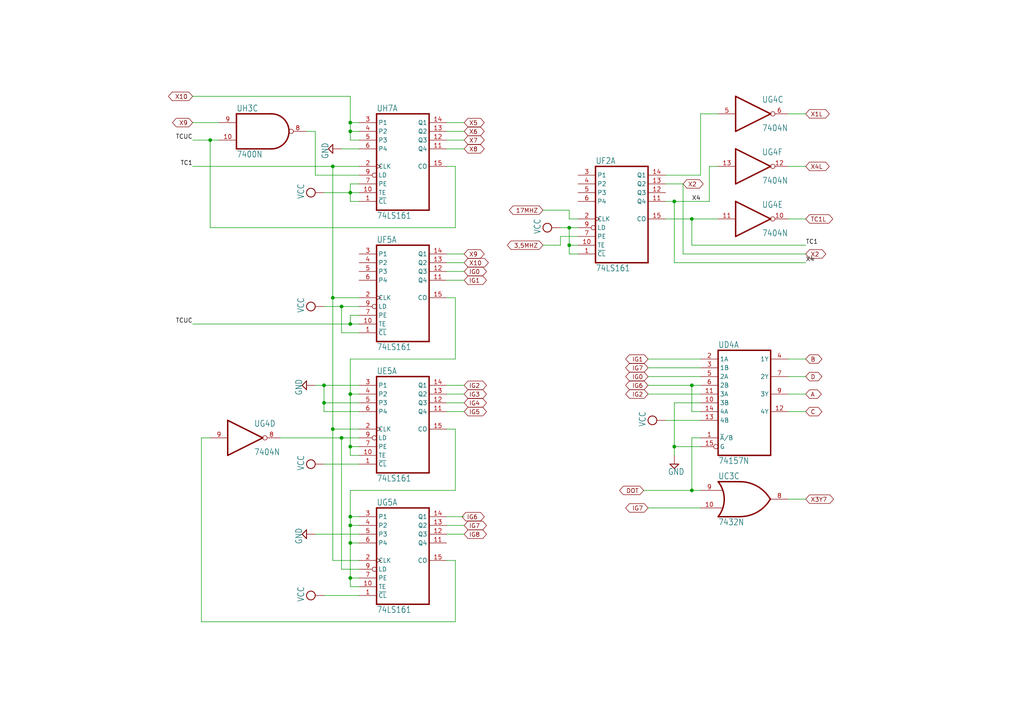
<source format=kicad_sch>
(kicad_sch (version 20230121) (generator eeschema)
  (paper "A4")
  (lib_symbols
    (symbol "HC2000:4161P"
      (property "Reference" "IC" (at -1.27 -0.635 0))
      (symbol "4161P_1_0"
        (polyline (pts (xy -7.62 -15.24) (xy 7.62 -15.24)) (stroke (width 0.4064)))
        (polyline (pts (xy -7.62 12.7) (xy -7.62 -15.24)) (stroke (width 0.4064)))
        (polyline (pts (xy 7.62 -15.24) (xy 7.62 12.7)) (stroke (width 0.4064)))
        (polyline (pts (xy 7.62 12.7) (xy -7.62 12.7)) (stroke (width 0.4064)))
        (pin input line (at -12.7 -12.7 0) (length 5.08) (name "~{CL}") (number "1"))
        (pin input line (at -12.7 -10.16 0) (length 5.08) (name "TE") (number "10"))
        (pin output line (at 12.7 2.54 180) (length 5.08) (name "Q4") (number "11"))
        (pin output line (at 12.7 5.08 180) (length 5.08) (name "Q3") (number "12"))
        (pin output line (at 12.7 7.62 180) (length 5.08) (name "Q2") (number "13"))
        (pin output line (at 12.7 10.16 180) (length 5.08) (name "Q1") (number "14"))
        (pin output line (at 12.7 -2.54 180) (length 5.08) (name "CO") (number "15"))
        (pin input clock (at -12.7 -2.54 0) (length 5.08) (name "CLK") (number "2"))
        (pin input line (at -12.7 10.16 0) (length 5.08) (name "P1") (number "3"))
        (pin input line (at -12.7 7.62 0) (length 5.08) (name "P2") (number "4"))
        (pin input line (at -12.7 5.08 0) (length 5.08) (name "P3") (number "5"))
        (pin input line (at -12.7 2.54 0) (length 5.08) (name "P4") (number "6"))
        (pin input line (at -12.7 -7.62 0) (length 5.08) (name "PE") (number "7"))
        (pin input inverted (at -12.7 -5.08 0) (length 5.08) (name "LD") (number "9"))
      )
      (symbol "4161P_2_0"
        (text "VDD" (at 1.905 2.54 900) (effects (font (size 1.27 1.0795)) (justify left bottom)))
        (text "VSS" (at 1.905 -6.096 900) (effects (font (size 1.27 1.0795)) (justify left bottom)))
        (pin power_in line (at 0 7.62 270) (length 5.08) (name "VDD") (number "16"))
        (pin power_in line (at 0 -7.62 90) (length 5.08) (name "VSS") (number "8"))
      )
    )
    (symbol "HC2000:7400N"
      (property "Reference" "IC" (at -0.635 -0.635 0))
      (symbol "7400N_1_0"
        (polyline (pts (xy -7.62 -5.08) (xy 2.54 -5.08)) (stroke (width 0.4064)))
        (polyline (pts (xy -7.62 5.08) (xy -7.62 -5.08)) (stroke (width 0.4064)))
        (polyline (pts (xy 2.54 5.08) (xy -7.62 5.08)) (stroke (width 0.4064)))
        (arc (start 2.54 -5.08) (mid 7.6199 0) (end 2.54 5.08) (stroke (width 0.4064)))
        (pin input line (at -12.7 2.54 0) (length 5.08) (name "I0") (number "1"))
        (pin input line (at -12.7 -2.54 0) (length 5.08) (name "I1") (number "2"))
        (pin output inverted (at 12.7 0 180) (length 5.08) (name "O") (number "3"))
      )
      (symbol "7400N_2_0"
        (polyline (pts (xy -7.62 -5.08) (xy 2.54 -5.08)) (stroke (width 0.4064)))
        (polyline (pts (xy -7.62 5.08) (xy -7.62 -5.08)) (stroke (width 0.4064)))
        (polyline (pts (xy 2.54 5.08) (xy -7.62 5.08)) (stroke (width 0.4064)))
        (arc (start 2.54 -5.08) (mid 7.6199 0) (end 2.54 5.08) (stroke (width 0.4064)))
        (pin input line (at -12.7 2.54 0) (length 5.08) (name "I0") (number "4"))
        (pin input line (at -12.7 -2.54 0) (length 5.08) (name "I1") (number "5"))
        (pin output inverted (at 12.7 0 180) (length 5.08) (name "O") (number "6"))
      )
      (symbol "7400N_3_0"
        (polyline (pts (xy -7.62 -5.08) (xy 2.54 -5.08)) (stroke (width 0.4064)))
        (polyline (pts (xy -7.62 5.08) (xy -7.62 -5.08)) (stroke (width 0.4064)))
        (polyline (pts (xy 2.54 5.08) (xy -7.62 5.08)) (stroke (width 0.4064)))
        (arc (start 2.54 -5.08) (mid 7.6199 0) (end 2.54 5.08) (stroke (width 0.4064)))
        (pin input line (at -12.7 -2.54 0) (length 5.08) (name "I1") (number "10"))
        (pin output inverted (at 12.7 0 180) (length 5.08) (name "O") (number "8"))
        (pin input line (at -12.7 2.54 0) (length 5.08) (name "I0") (number "9"))
      )
      (symbol "7400N_4_0"
        (polyline (pts (xy -7.62 -5.08) (xy 2.54 -5.08)) (stroke (width 0.4064)))
        (polyline (pts (xy -7.62 5.08) (xy -7.62 -5.08)) (stroke (width 0.4064)))
        (polyline (pts (xy 2.54 5.08) (xy -7.62 5.08)) (stroke (width 0.4064)))
        (arc (start 2.54 -5.08) (mid 7.6199 0) (end 2.54 5.08) (stroke (width 0.4064)))
        (pin output inverted (at 12.7 0 180) (length 5.08) (name "O") (number "11"))
        (pin input line (at -12.7 2.54 0) (length 5.08) (name "I0") (number "12"))
        (pin input line (at -12.7 -2.54 0) (length 5.08) (name "I1") (number "13"))
      )
      (symbol "7400N_5_0"
        (text "GND" (at 1.905 -7.62 900) (effects (font (size 1.27 1.0795)) (justify left bottom)))
        (text "VCC" (at 1.905 5.08 900) (effects (font (size 1.27 1.0795)) (justify left bottom)))
        (pin power_in line (at 0 10.16 270) (length 7.62) (name "VCC") (number "14"))
        (pin power_in line (at 0 -10.16 90) (length 7.62) (name "GND") (number "7"))
      )
    )
    (symbol "HC2000:7404N"
      (property "Reference" "IC" (at -0.635 -0.635 0))
      (symbol "7404N_1_0"
        (polyline (pts (xy -5.08 -5.08) (xy -5.08 5.08)) (stroke (width 0.4064)))
        (polyline (pts (xy -5.08 5.08) (xy 5.08 0)) (stroke (width 0.4064)))
        (polyline (pts (xy 5.08 0) (xy -5.08 -5.08)) (stroke (width 0.4064)))
        (pin input line (at -10.16 0 0) (length 5.08) (name "I") (number "1"))
        (pin output inverted (at 10.16 0 180) (length 5.08) (name "O") (number "2"))
      )
      (symbol "7404N_2_0"
        (polyline (pts (xy -5.08 -5.08) (xy -5.08 5.08)) (stroke (width 0.4064)))
        (polyline (pts (xy -5.08 5.08) (xy 5.08 0)) (stroke (width 0.4064)))
        (polyline (pts (xy 5.08 0) (xy -5.08 -5.08)) (stroke (width 0.4064)))
        (pin input line (at -10.16 0 0) (length 5.08) (name "I") (number "3"))
        (pin output inverted (at 10.16 0 180) (length 5.08) (name "O") (number "4"))
      )
      (symbol "7404N_3_0"
        (polyline (pts (xy -5.08 -5.08) (xy -5.08 5.08)) (stroke (width 0.4064)))
        (polyline (pts (xy -5.08 5.08) (xy 5.08 0)) (stroke (width 0.4064)))
        (polyline (pts (xy 5.08 0) (xy -5.08 -5.08)) (stroke (width 0.4064)))
        (pin input line (at -10.16 0 0) (length 5.08) (name "I") (number "5"))
        (pin output inverted (at 10.16 0 180) (length 5.08) (name "O") (number "6"))
      )
      (symbol "7404N_4_0"
        (polyline (pts (xy -5.08 -5.08) (xy -5.08 5.08)) (stroke (width 0.4064)))
        (polyline (pts (xy -5.08 5.08) (xy 5.08 0)) (stroke (width 0.4064)))
        (polyline (pts (xy 5.08 0) (xy -5.08 -5.08)) (stroke (width 0.4064)))
        (pin output inverted (at 10.16 0 180) (length 5.08) (name "O") (number "8"))
        (pin input line (at -10.16 0 0) (length 5.08) (name "I") (number "9"))
      )
      (symbol "7404N_5_0"
        (polyline (pts (xy -5.08 -5.08) (xy -5.08 5.08)) (stroke (width 0.4064)))
        (polyline (pts (xy -5.08 5.08) (xy 5.08 0)) (stroke (width 0.4064)))
        (polyline (pts (xy 5.08 0) (xy -5.08 -5.08)) (stroke (width 0.4064)))
        (pin output inverted (at 10.16 0 180) (length 5.08) (name "O") (number "10"))
        (pin input line (at -10.16 0 0) (length 5.08) (name "I") (number "11"))
      )
      (symbol "7404N_6_0"
        (polyline (pts (xy -5.08 -5.08) (xy -5.08 5.08)) (stroke (width 0.4064)))
        (polyline (pts (xy -5.08 5.08) (xy 5.08 0)) (stroke (width 0.4064)))
        (polyline (pts (xy 5.08 0) (xy -5.08 -5.08)) (stroke (width 0.4064)))
        (pin output inverted (at 10.16 0 180) (length 5.08) (name "O") (number "12"))
        (pin input line (at -10.16 0 0) (length 5.08) (name "I") (number "13"))
      )
      (symbol "7404N_7_0"
        (text "GND" (at 1.905 -7.62 900) (effects (font (size 1.27 1.0795)) (justify left bottom)))
        (text "VCC" (at 1.905 5.08 900) (effects (font (size 1.27 1.0795)) (justify left bottom)))
        (pin power_in line (at 0 10.16 270) (length 7.62) (name "VCC") (number "14"))
        (pin power_in line (at 0 -10.16 90) (length 7.62) (name "GND") (number "7"))
      )
    )
    (symbol "HC2000:74157N"
      (property "Reference" "IC" (at -0.635 -0.635 0))
      (symbol "74157N_1_0"
        (polyline (pts (xy -7.62 -15.24) (xy 7.62 -15.24)) (stroke (width 0.4064)))
        (polyline (pts (xy -7.62 15.24) (xy -7.62 -15.24)) (stroke (width 0.4064)))
        (polyline (pts (xy 7.62 -15.24) (xy 7.62 15.24)) (stroke (width 0.4064)))
        (polyline (pts (xy 7.62 15.24) (xy -7.62 15.24)) (stroke (width 0.4064)))
        (pin input line (at -12.7 -10.16 0) (length 5.08) (name "~{A}/B") (number "1"))
        (pin input line (at -12.7 0 0) (length 5.08) (name "3B") (number "10"))
        (pin input line (at -12.7 2.54 0) (length 5.08) (name "3A") (number "11"))
        (pin output line (at 12.7 -2.54 180) (length 5.08) (name "4Y") (number "12"))
        (pin input line (at -12.7 -5.08 0) (length 5.08) (name "4B") (number "13"))
        (pin input line (at -12.7 -2.54 0) (length 5.08) (name "4A") (number "14"))
        (pin input inverted (at -12.7 -12.7 0) (length 5.08) (name "G") (number "15"))
        (pin input line (at -12.7 12.7 0) (length 5.08) (name "1A") (number "2"))
        (pin input line (at -12.7 10.16 0) (length 5.08) (name "1B") (number "3"))
        (pin output line (at 12.7 12.7 180) (length 5.08) (name "1Y") (number "4"))
        (pin input line (at -12.7 7.62 0) (length 5.08) (name "2A") (number "5"))
        (pin input line (at -12.7 5.08 0) (length 5.08) (name "2B") (number "6"))
        (pin output line (at 12.7 7.62 180) (length 5.08) (name "2Y") (number "7"))
        (pin output line (at 12.7 2.54 180) (length 5.08) (name "3Y") (number "9"))
      )
      (symbol "74157N_2_0"
        (text "GND" (at 1.905 -7.62 900) (effects (font (size 1.27 1.0795)) (justify left bottom)))
        (text "VCC" (at 1.905 5.08 900) (effects (font (size 1.27 1.0795)) (justify left bottom)))
        (pin power_in line (at 0 10.16 270) (length 7.62) (name "VCC") (number "16"))
        (pin power_in line (at 0 -10.16 90) (length 7.62) (name "GND") (number "8"))
      )
    )
    (symbol "HC2000:7432N"
      (property "Reference" "IC" (at -0.635 -0.635 0))
      (symbol "7432N_1_0"
        (arc (start -7.62 -5.08) (mid -5.838 0) (end -7.62 5.08) (stroke (width 0.4064)))
        (arc (start -1.2446 -5.0678) (mid 3.8372 -3.689) (end 7.5439 0.0507) (stroke (width 0.4064)))
        (polyline (pts (xy -7.62 -2.54) (xy -6.35 -2.54)) (stroke (width 0.1524)))
        (polyline (pts (xy -7.62 2.54) (xy -6.35 2.54)) (stroke (width 0.1524)))
        (polyline (pts (xy -1.27 -5.08) (xy -7.62 -5.08)) (stroke (width 0.4064)))
        (polyline (pts (xy -1.27 5.08) (xy -7.62 5.08)) (stroke (width 0.4064)))
        (arc (start 7.5442 -0.0505) (mid 3.8373 3.6892) (end -1.2446 5.0678) (stroke (width 0.4064)))
        (pin input line (at -12.7 2.54 0) (length 5.08) (name "I0") (number "1"))
        (pin input line (at -12.7 -2.54 0) (length 5.08) (name "I1") (number "2"))
        (pin output line (at 12.7 0 180) (length 5.08) (name "O") (number "3"))
      )
      (symbol "7432N_2_0"
        (arc (start -7.62 -5.08) (mid -5.838 0) (end -7.62 5.08) (stroke (width 0.4064)))
        (arc (start -1.2446 -5.0678) (mid 3.8372 -3.689) (end 7.5439 0.0507) (stroke (width 0.4064)))
        (polyline (pts (xy -7.62 -2.54) (xy -6.35 -2.54)) (stroke (width 0.1524)))
        (polyline (pts (xy -7.62 2.54) (xy -6.35 2.54)) (stroke (width 0.1524)))
        (polyline (pts (xy -1.27 -5.08) (xy -7.62 -5.08)) (stroke (width 0.4064)))
        (polyline (pts (xy -1.27 5.08) (xy -7.62 5.08)) (stroke (width 0.4064)))
        (arc (start 7.5442 -0.0505) (mid 3.8373 3.6892) (end -1.2446 5.0678) (stroke (width 0.4064)))
        (pin input line (at -12.7 2.54 0) (length 5.08) (name "I0") (number "4"))
        (pin input line (at -12.7 -2.54 0) (length 5.08) (name "I1") (number "5"))
        (pin output line (at 12.7 0 180) (length 5.08) (name "O") (number "6"))
      )
      (symbol "7432N_3_0"
        (arc (start -7.62 -5.08) (mid -5.838 0) (end -7.62 5.08) (stroke (width 0.4064)))
        (arc (start -1.2446 -5.0678) (mid 3.8372 -3.689) (end 7.5439 0.0507) (stroke (width 0.4064)))
        (polyline (pts (xy -7.62 -2.54) (xy -6.35 -2.54)) (stroke (width 0.1524)))
        (polyline (pts (xy -7.62 2.54) (xy -6.35 2.54)) (stroke (width 0.1524)))
        (polyline (pts (xy -1.27 -5.08) (xy -7.62 -5.08)) (stroke (width 0.4064)))
        (polyline (pts (xy -1.27 5.08) (xy -7.62 5.08)) (stroke (width 0.4064)))
        (arc (start 7.5442 -0.0505) (mid 3.8373 3.6892) (end -1.2446 5.0678) (stroke (width 0.4064)))
        (pin input line (at -12.7 -2.54 0) (length 5.08) (name "I1") (number "10"))
        (pin output line (at 12.7 0 180) (length 5.08) (name "O") (number "8"))
        (pin input line (at -12.7 2.54 0) (length 5.08) (name "I0") (number "9"))
      )
      (symbol "7432N_4_0"
        (arc (start -7.62 -5.08) (mid -5.838 0) (end -7.62 5.08) (stroke (width 0.4064)))
        (arc (start -1.2446 -5.0678) (mid 3.8372 -3.689) (end 7.5439 0.0507) (stroke (width 0.4064)))
        (polyline (pts (xy -7.62 -2.54) (xy -6.35 -2.54)) (stroke (width 0.1524)))
        (polyline (pts (xy -7.62 2.54) (xy -6.35 2.54)) (stroke (width 0.1524)))
        (polyline (pts (xy -1.27 -5.08) (xy -7.62 -5.08)) (stroke (width 0.4064)))
        (polyline (pts (xy -1.27 5.08) (xy -7.62 5.08)) (stroke (width 0.4064)))
        (arc (start 7.5442 -0.0505) (mid 3.8373 3.6892) (end -1.2446 5.0678) (stroke (width 0.4064)))
        (pin output line (at 12.7 0 180) (length 5.08) (name "O") (number "11"))
        (pin input line (at -12.7 2.54 0) (length 5.08) (name "I0") (number "12"))
        (pin input line (at -12.7 -2.54 0) (length 5.08) (name "I1") (number "13"))
      )
      (symbol "7432N_5_0"
        (text "GND" (at 1.905 -7.62 900) (effects (font (size 1.27 1.0795)) (justify left bottom)))
        (text "VCC" (at 1.905 5.08 900) (effects (font (size 1.27 1.0795)) (justify left bottom)))
        (pin power_in line (at 0 10.16 270) (length 7.62) (name "VCC") (number "14"))
        (pin power_in line (at 0 -10.16 90) (length 7.62) (name "GND") (number "7"))
      )
    )
    (symbol "HC2000:GND" (power)
      (property "Value" "GND" (at -1.905 -3.175 0))
      (symbol "GND_1_0"
        (polyline (pts (xy -1.27 0) (xy 1.27 0)) (stroke (width 0.254)))
        (polyline (pts (xy 0 -1.27) (xy -1.27 0)) (stroke (width 0.254)))
        (polyline (pts (xy 1.27 0) (xy 0 -1.27)) (stroke (width 0.254)))
        (pin power_in line (at 0 2.54 270) (length 2.54) (name "GND") (number "1"))
      )
    )
    (symbol "HC2000:VCC" (power)
      (property "Value" "VCC" (at -1.905 3.175 0))
      (symbol "VCC_1_0"
        (circle (center 0 1.27) (radius 1.27) (stroke (width 0.254)))
        (pin power_in line (at 0 -2.54 90) (length 2.54) (name "VCC") (number "1"))
      )
    )
  )
  (junction (at 200.66 63.5))
  (junction (at 101.6 38.1))
  (junction (at 165.1 66.04))
  (junction (at 165.1 71.12))
  (junction (at 96.52 48.26))
  (junction (at 101.6 167.64))
  (junction (at 101.6 129.54))
  (junction (at 101.6 157.48))
  (junction (at 101.6 149.86))
  (junction (at 200.66 142.24))
  (junction (at 101.6 152.4))
  (junction (at 60.96 40.64))
  (junction (at 99.06 127))
  (junction (at 99.06 88.9))
  (junction (at 101.6 93.98))
  (junction (at 101.6 35.56))
  (junction (at 195.58 129.54))
  (junction (at 96.52 86.36))
  (junction (at 195.58 58.42))
  (junction (at 101.6 114.3))
  (junction (at 93.98 111.76))
  (junction (at 101.6 55.88))
  (junction (at 93.98 116.84))
  (junction (at 200.66 111.76))
  (junction (at 96.52 124.46))
  (wire (pts (xy 101.6 35.56) (xy 101.6 38.1)))
  (wire (pts (xy 104.14 35.56) (xy 101.6 35.56)))
  (wire (pts (xy 99.06 96.52) (xy 99.06 88.9)))
  (wire (pts (xy 200.66 71.12) (xy 200.66 63.5)))
  (wire (pts (xy 99.06 127) (xy 99.06 165.1)))
  (wire (pts (xy 195.58 116.84) (xy 195.58 129.54)))
  (wire (pts (xy 134.62 81.28) (xy 129.54 81.28)))
  (wire (pts (xy 233.68 48.26) (xy 228.6 48.26)))
  (wire (pts (xy 205.74 48.26) (xy 208.28 48.26)))
  (wire (pts (xy 104.14 124.46) (xy 96.52 124.46)))
  (wire (pts (xy 186.69 142.24) (xy 200.66 142.24)))
  (wire (pts (xy 104.14 114.3) (xy 101.6 114.3)))
  (wire (pts (xy 96.52 86.36) (xy 96.52 48.26)))
  (wire (pts (xy 60.96 40.64) (xy 63.5 40.64)))
  (wire (pts (xy 134.62 154.94) (xy 129.54 154.94)))
  (wire (pts (xy 134.62 38.1) (xy 129.54 38.1)))
  (wire (pts (xy 93.98 134.62) (xy 104.14 134.62)))
  (wire (pts (xy 187.96 109.22) (xy 203.2 109.22)))
  (wire (pts (xy 101.6 104.14) (xy 101.6 114.3)))
  (wire (pts (xy 187.96 106.68) (xy 203.2 106.68)))
  (wire (pts (xy 104.14 149.86) (xy 101.6 149.86)))
  (wire (pts (xy 104.14 162.56) (xy 96.52 162.56)))
  (wire (pts (xy 55.88 40.64) (xy 60.96 40.64)))
  (wire (pts (xy 101.6 170.18) (xy 104.14 170.18)))
  (wire (pts (xy 104.14 167.64) (xy 101.6 167.64)))
  (wire (pts (xy 129.54 86.36) (xy 132.08 86.36)))
  (wire (pts (xy 233.68 109.22) (xy 228.6 109.22)))
  (wire (pts (xy 203.2 119.38) (xy 200.66 119.38)))
  (wire (pts (xy 233.68 144.78) (xy 228.6 144.78)))
  (wire (pts (xy 200.66 63.5) (xy 193.04 63.5)))
  (wire (pts (xy 233.68 114.3) (xy 228.6 114.3)))
  (wire (pts (xy 129.54 48.26) (xy 132.08 48.26)))
  (wire (pts (xy 101.6 27.94) (xy 101.6 35.56)))
  (wire (pts (xy 200.66 119.38) (xy 200.66 111.76)))
  (wire (pts (xy 101.6 167.64) (xy 101.6 170.18)))
  (wire (pts (xy 198.12 53.34) (xy 193.04 53.34)))
  (wire (pts (xy 104.14 96.52) (xy 99.06 96.52)))
  (wire (pts (xy 104.14 129.54) (xy 101.6 129.54)))
  (wire (pts (xy 157.48 71.12) (xy 162.56 71.12)))
  (wire (pts (xy 132.08 86.36) (xy 132.08 104.14)))
  (wire (pts (xy 134.62 40.64) (xy 129.54 40.64)))
  (wire (pts (xy 91.44 111.76) (xy 93.98 111.76)))
  (wire (pts (xy 93.98 116.84) (xy 104.14 116.84)))
  (wire (pts (xy 203.2 127) (xy 200.66 127)))
  (wire (pts (xy 195.58 58.42) (xy 205.74 58.42)))
  (wire (pts (xy 104.14 127) (xy 99.06 127)))
  (wire (pts (xy 96.52 124.46) (xy 96.52 86.36)))
  (wire (pts (xy 55.88 27.94) (xy 101.6 27.94)))
  (wire (pts (xy 101.6 129.54) (xy 101.6 132.08)))
  (wire (pts (xy 129.54 124.46) (xy 132.08 124.46)))
  (wire (pts (xy 200.66 127) (xy 200.66 142.24)))
  (wire (pts (xy 205.74 58.42) (xy 205.74 48.26)))
  (wire (pts (xy 93.98 172.72) (xy 104.14 172.72)))
  (wire (pts (xy 132.08 142.24) (xy 101.6 142.24)))
  (wire (pts (xy 162.56 66.04) (xy 165.1 66.04)))
  (wire (pts (xy 101.6 55.88) (xy 104.14 55.88)))
  (wire (pts (xy 195.58 129.54) (xy 195.58 132.08)))
  (wire (pts (xy 162.56 71.12) (xy 162.56 68.58)))
  (wire (pts (xy 187.96 147.32) (xy 203.2 147.32)))
  (wire (pts (xy 132.08 104.14) (xy 101.6 104.14)))
  (wire (pts (xy 132.08 124.46) (xy 132.08 142.24)))
  (wire (pts (xy 195.58 76.2) (xy 195.58 58.42)))
  (wire (pts (xy 187.96 111.76) (xy 200.66 111.76)))
  (wire (pts (xy 104.14 157.48) (xy 101.6 157.48)))
  (wire (pts (xy 233.68 119.38) (xy 228.6 119.38)))
  (wire (pts (xy 134.62 114.3) (xy 129.54 114.3)))
  (wire (pts (xy 101.6 142.24) (xy 101.6 149.86)))
  (wire (pts (xy 101.6 93.98) (xy 104.14 93.98)))
  (wire (pts (xy 60.96 66.04) (xy 60.96 40.64)))
  (wire (pts (xy 165.1 71.12) (xy 165.1 66.04)))
  (wire (pts (xy 167.64 73.66) (xy 165.1 73.66)))
  (wire (pts (xy 101.6 40.64) (xy 104.14 40.64)))
  (wire (pts (xy 132.08 162.56) (xy 129.54 162.56)))
  (wire (pts (xy 187.96 104.14) (xy 203.2 104.14)))
  (wire (pts (xy 104.14 152.4) (xy 101.6 152.4)))
  (wire (pts (xy 104.14 91.44) (xy 101.6 91.44)))
  (wire (pts (xy 134.62 78.74) (xy 129.54 78.74)))
  (wire (pts (xy 101.6 38.1) (xy 101.6 40.64)))
  (wire (pts (xy 96.52 162.56) (xy 96.52 124.46)))
  (wire (pts (xy 101.6 58.42) (xy 101.6 55.88)))
  (wire (pts (xy 193.04 121.92) (xy 203.2 121.92)))
  (wire (pts (xy 134.62 152.4) (xy 129.54 152.4)))
  (wire (pts (xy 198.12 73.66) (xy 198.12 53.34)))
  (wire (pts (xy 134.62 76.2) (xy 129.54 76.2)))
  (wire (pts (xy 132.08 66.04) (xy 60.96 66.04)))
  (wire (pts (xy 132.08 48.26) (xy 132.08 66.04)))
  (wire (pts (xy 165.1 63.5) (xy 167.64 63.5)))
  (wire (pts (xy 55.88 93.98) (xy 101.6 93.98)))
  (wire (pts (xy 88.9 38.1) (xy 91.44 38.1)))
  (wire (pts (xy 200.66 142.24) (xy 203.2 142.24)))
  (wire (pts (xy 203.2 129.54) (xy 195.58 129.54)))
  (wire (pts (xy 233.68 33.02) (xy 228.6 33.02)))
  (wire (pts (xy 193.04 58.42) (xy 195.58 58.42)))
  (wire (pts (xy 58.42 180.34) (xy 132.08 180.34)))
  (wire (pts (xy 104.14 86.36) (xy 96.52 86.36)))
  (wire (pts (xy 99.06 88.9) (xy 93.98 88.9)))
  (wire (pts (xy 134.62 119.38) (xy 129.54 119.38)))
  (wire (pts (xy 81.28 127) (xy 99.06 127)))
  (wire (pts (xy 157.48 60.96) (xy 165.1 60.96)))
  (wire (pts (xy 233.68 76.2) (xy 195.58 76.2)))
  (wire (pts (xy 101.6 152.4) (xy 101.6 157.48)))
  (wire (pts (xy 93.98 119.38) (xy 104.14 119.38)))
  (wire (pts (xy 165.1 60.96) (xy 165.1 63.5)))
  (wire (pts (xy 93.98 111.76) (xy 93.98 116.84)))
  (wire (pts (xy 104.14 111.76) (xy 93.98 111.76)))
  (wire (pts (xy 101.6 91.44) (xy 101.6 93.98)))
  (wire (pts (xy 134.62 149.86) (xy 129.54 149.86)))
  (wire (pts (xy 203.2 116.84) (xy 195.58 116.84)))
  (wire (pts (xy 233.68 71.12) (xy 200.66 71.12)))
  (wire (pts (xy 233.68 63.5) (xy 228.6 63.5)))
  (wire (pts (xy 134.62 43.18) (xy 129.54 43.18)))
  (wire (pts (xy 96.52 48.26) (xy 104.14 48.26)))
  (wire (pts (xy 203.2 33.02) (xy 203.2 50.8)))
  (wire (pts (xy 233.68 104.14) (xy 228.6 104.14)))
  (wire (pts (xy 208.28 63.5) (xy 200.66 63.5)))
  (wire (pts (xy 104.14 58.42) (xy 101.6 58.42)))
  (wire (pts (xy 55.88 48.26) (xy 96.52 48.26)))
  (wire (pts (xy 101.6 38.1) (xy 104.14 38.1)))
  (wire (pts (xy 132.08 180.34) (xy 132.08 162.56)))
  (wire (pts (xy 91.44 50.8) (xy 104.14 50.8)))
  (wire (pts (xy 91.44 38.1) (xy 91.44 50.8)))
  (wire (pts (xy 55.88 35.56) (xy 63.5 35.56)))
  (wire (pts (xy 101.6 149.86) (xy 101.6 152.4)))
  (wire (pts (xy 104.14 88.9) (xy 99.06 88.9)))
  (wire (pts (xy 134.62 35.56) (xy 129.54 35.56)))
  (wire (pts (xy 101.6 114.3) (xy 101.6 129.54)))
  (wire (pts (xy 99.06 165.1) (xy 104.14 165.1)))
  (wire (pts (xy 187.96 114.3) (xy 203.2 114.3)))
  (wire (pts (xy 134.62 116.84) (xy 129.54 116.84)))
  (wire (pts (xy 101.6 157.48) (xy 101.6 167.64)))
  (wire (pts (xy 99.06 43.18) (xy 104.14 43.18)))
  (wire (pts (xy 93.98 55.88) (xy 101.6 55.88)))
  (wire (pts (xy 101.6 132.08) (xy 104.14 132.08)))
  (wire (pts (xy 167.64 71.12) (xy 165.1 71.12)))
  (wire (pts (xy 200.66 111.76) (xy 203.2 111.76)))
  (wire (pts (xy 93.98 116.84) (xy 93.98 119.38)))
  (wire (pts (xy 203.2 50.8) (xy 193.04 50.8)))
  (wire (pts (xy 208.28 33.02) (xy 203.2 33.02)))
  (wire (pts (xy 58.42 127) (xy 58.42 180.34)))
  (wire (pts (xy 165.1 66.04) (xy 167.64 66.04)))
  (wire (pts (xy 134.62 111.76) (xy 129.54 111.76)))
  (wire (pts (xy 104.14 154.94) (xy 91.44 154.94)))
  (wire (pts (xy 101.6 53.34) (xy 101.6 55.88)))
  (wire (pts (xy 134.62 73.66) (xy 129.54 73.66)))
  (wire (pts (xy 162.56 68.58) (xy 167.64 68.58)))
  (wire (pts (xy 60.96 127) (xy 58.42 127)))
  (wire (pts (xy 233.68 73.66) (xy 198.12 73.66)))
  (wire (pts (xy 165.1 73.66) (xy 165.1 71.12)))
  (wire (pts (xy 104.14 53.34) (xy 101.6 53.34)))
  (label "X4" (at 200.66 58.42 0) (effects (font (size 1.2446 1.2446))))
  (label "X4" (at 233.68 76.2 0) (effects (font (size 1.2446 1.2446))))
  (label "TC1" (at 55.88 48.26 180) (effects (font (size 1.2446 1.2446))))
  (label "TCUC" (at 55.88 93.98 180) (effects (font (size 1.2446 1.2446))))
  (label "TC1" (at 233.68 71.12 0) (effects (font (size 1.2446 1.2446))))
  (label "TCUC" (at 55.88 40.64 180) (effects (font (size 1.2446 1.2446))))
  (global_label "IG1" (shape bidirectional) (at 187.96 104.14 180) (effects (font (size 1.2446 1.2446))) (property "Intersheetrefs" "${INTERSHEET_REFS}" (effects hide)))
  (global_label "IG1" (shape bidirectional) (at 134.62 81.28 0) (effects (font (size 1.2446 1.2446))) (property "Intersheetrefs" "${INTERSHEET_REFS}" (effects hide)))
  (global_label "X9" (shape bidirectional) (at 134.62 73.66 0) (effects (font (size 1.2446 1.2446))) (property "Intersheetrefs" "${INTERSHEET_REFS}" (effects hide)))
  (global_label "A" (shape bidirectional) (at 233.68 114.3 0) (effects (font (size 1.2446 1.2446))) (property "Intersheetrefs" "${INTERSHEET_REFS}" (effects hide)))
  (global_label "17MHZ" (shape bidirectional) (at 157.48 60.96 180) (effects (font (size 1.2446 1.2446))) (property "Intersheetrefs" "${INTERSHEET_REFS}" (effects hide)))
  (global_label "X4L" (shape bidirectional) (at 233.68 48.26 0) (effects (font (size 1.2446 1.2446))) (property "Intersheetrefs" "${INTERSHEET_REFS}" (effects hide)))
  (global_label "X6" (shape bidirectional) (at 134.62 38.1 0) (effects (font (size 1.2446 1.2446))) (property "Intersheetrefs" "${INTERSHEET_REFS}" (effects hide)))
  (global_label "3,5MHZ" (shape bidirectional) (at 157.48 71.12 180) (effects (font (size 1.2446 1.2446))) (property "Intersheetrefs" "${INTERSHEET_REFS}" (effects hide)))
  (global_label "IG5" (shape bidirectional) (at 134.62 119.38 0) (effects (font (size 1.2446 1.2446))) (property "Intersheetrefs" "${INTERSHEET_REFS}" (effects hide)))
  (global_label "IG7" (shape bidirectional) (at 187.96 147.32 180) (effects (font (size 1.2446 1.2446))) (property "Intersheetrefs" "${INTERSHEET_REFS}" (effects hide)))
  (global_label "X8" (shape bidirectional) (at 134.62 43.18 0) (effects (font (size 1.2446 1.2446))) (property "Intersheetrefs" "${INTERSHEET_REFS}" (effects hide)))
  (global_label "X3Y7" (shape bidirectional) (at 233.68 144.78 0) (effects (font (size 1.2446 1.2446))) (property "Intersheetrefs" "${INTERSHEET_REFS}" (effects hide)))
  (global_label "X10" (shape bidirectional) (at 134.62 76.2 0) (effects (font (size 1.2446 1.2446))) (property "Intersheetrefs" "${INTERSHEET_REFS}" (effects hide)))
  (global_label "IG6" (shape bidirectional) (at 133.985 149.86 0) (effects (font (size 1.2446 1.2446))) (property "Intersheetrefs" "${INTERSHEET_REFS}" (effects hide)))
  (global_label "X7" (shape bidirectional) (at 134.62 40.64 0) (effects (font (size 1.2446 1.2446))) (property "Intersheetrefs" "${INTERSHEET_REFS}" (effects hide)))
  (global_label "IG3" (shape bidirectional) (at 134.62 114.3 0) (effects (font (size 1.2446 1.2446))) (property "Intersheetrefs" "${INTERSHEET_REFS}" (effects hide)))
  (global_label "IG2" (shape bidirectional) (at 187.96 114.3 180) (effects (font (size 1.2446 1.2446))) (property "Intersheetrefs" "${INTERSHEET_REFS}" (effects hide)))
  (global_label "X2" (shape bidirectional) (at 233.68 73.66 0) (effects (font (size 1.2446 1.2446))) (property "Intersheetrefs" "${INTERSHEET_REFS}" (effects hide)))
  (global_label "IG8" (shape bidirectional) (at 134.62 154.94 0) (effects (font (size 1.2446 1.2446))) (property "Intersheetrefs" "${INTERSHEET_REFS}" (effects hide)))
  (global_label "IG6" (shape bidirectional) (at 187.96 111.76 180) (effects (font (size 1.2446 1.2446))) (property "Intersheetrefs" "${INTERSHEET_REFS}" (effects hide)))
  (global_label "IG0" (shape bidirectional) (at 187.96 109.22 180) (effects (font (size 1.2446 1.2446))) (property "Intersheetrefs" "${INTERSHEET_REFS}" (effects hide)))
  (global_label "B" (shape bidirectional) (at 233.68 104.14 0) (effects (font (size 1.2446 1.2446))) (property "Intersheetrefs" "${INTERSHEET_REFS}" (effects hide)))
  (global_label "X5" (shape bidirectional) (at 134.62 35.56 0) (effects (font (size 1.2446 1.2446))) (property "Intersheetrefs" "${INTERSHEET_REFS}" (effects hide)))
  (global_label "D" (shape bidirectional) (at 233.68 109.22 0) (effects (font (size 1.2446 1.2446))) (property "Intersheetrefs" "${INTERSHEET_REFS}" (effects hide)))
  (global_label "IG2" (shape bidirectional) (at 134.62 111.76 0) (effects (font (size 1.2446 1.2446))) (property "Intersheetrefs" "${INTERSHEET_REFS}" (effects hide)))
  (global_label "X9" (shape bidirectional) (at 55.88 35.56 180) (effects (font (size 1.2446 1.2446))) (property "Intersheetrefs" "${INTERSHEET_REFS}" (effects hide)))
  (global_label "IG7" (shape bidirectional) (at 187.96 106.68 180) (effects (font (size 1.2446 1.2446))) (property "Intersheetrefs" "${INTERSHEET_REFS}" (effects hide)))
  (global_label "X1L" (shape bidirectional) (at 233.68 33.02 0) (effects (font (size 1.2446 1.2446))) (property "Intersheetrefs" "${INTERSHEET_REFS}" (effects hide)))
  (global_label "TC1L" (shape bidirectional) (at 233.68 63.5 0) (effects (font (size 1.2446 1.2446))) (property "Intersheetrefs" "${INTERSHEET_REFS}" (effects hide)))
  (global_label "X2" (shape bidirectional) (at 198.12 53.34 0) (effects (font (size 1.2446 1.2446))) (property "Intersheetrefs" "${INTERSHEET_REFS}" (effects hide)))
  (global_label "IG7" (shape bidirectional) (at 134.62 152.4 0) (effects (font (size 1.2446 1.2446))) (property "Intersheetrefs" "${INTERSHEET_REFS}" (effects hide)))
  (global_label "IG0" (shape bidirectional) (at 134.62 78.74 0) (effects (font (size 1.2446 1.2446))) (property "Intersheetrefs" "${INTERSHEET_REFS}" (effects hide)))
  (global_label "X10" (shape bidirectional) (at 55.88 27.94 180) (effects (font (size 1.2446 1.2446))) (property "Intersheetrefs" "${INTERSHEET_REFS}" (effects hide)))
  (global_label "DOT" (shape bidirectional) (at 186.69 142.24 180) (effects (font (size 1.2446 1.2446))) (property "Intersheetrefs" "${INTERSHEET_REFS}" (effects hide)))
  (global_label "IG4" (shape bidirectional) (at 134.62 116.84 0) (effects (font (size 1.2446 1.2446))) (property "Intersheetrefs" "${INTERSHEET_REFS}" (effects hide)))
  (global_label "C" (shape bidirectional) (at 233.68 119.38 0) (effects (font (size 1.2446 1.2446))) (property "Intersheetrefs" "${INTERSHEET_REFS}" (effects hide)))
  (symbol (lib_id "HC2000:4161P") (at 116.84 83.82 0) (unit 1)
    (property "Reference" "UF5" (at 109.22 70.485 0) (effects (font (size 1.778 1.5113)) (justify left bottom)))
    (property "Value" "74LS161" (at 109.22 101.6 0) (effects (font (size 1.778 1.5113)) (justify left bottom)))
    (property "Footprint" "HC2000:DIL16" (effects hide))
  )
  (symbol (lib_id "HC2000:GND") (at 96.52 43.18 270) (unit 1)
    (property "Reference" "#SUPPLY016" (effects hide))
    (property "Value" "GND" (at 93.345 41.275 0) (effects (font (size 1.778 1.5113)) (justify left bottom)))
    (property "Footprint" "HC2000:" (effects hide))
  )
  (symbol (lib_id "HC2000:7404N") (at 218.44 33.02 0) (unit 3)
    (property "Reference" "UG4" (at 220.98 29.845 0) (effects (font (size 1.778 1.5113)) (justify left bottom)))
    (property "Value" "7404N" (at 220.98 38.1 0) (effects (font (size 1.778 1.5113)) (justify left bottom)))
    (property "Footprint" "HC2000:DIL14" (effects hide))
  )
  (symbol (lib_id "HC2000:7404N") (at 218.44 63.5 0) (unit 5)
    (property "Reference" "UG4" (at 220.98 60.325 0) (effects (font (size 1.778 1.5113)) (justify left bottom)))
    (property "Value" "7404N" (at 220.98 68.58 0) (effects (font (size 1.778 1.5113)) (justify left bottom)))
    (property "Footprint" "HC2000:DIL14" (effects hide))
  )
  (symbol (lib_id "HC2000:4161P") (at 116.84 45.72 0) (unit 1)
    (property "Reference" "UH7" (at 109.22 32.385 0) (effects (font (size 1.778 1.5113)) (justify left bottom)))
    (property "Value" "74LS161" (at 109.22 63.5 0) (effects (font (size 1.778 1.5113)) (justify left bottom)))
    (property "Footprint" "HC2000:DIL16" (effects hide))
  )
  (symbol (lib_id "HC2000:VCC") (at 190.5 121.92 90) (unit 1)
    (property "Reference" "#SUPPLY024" (effects hide))
    (property "Value" "VCC" (at 187.325 123.825 0) (effects (font (size 1.778 1.5113)) (justify left bottom)))
    (property "Footprint" "HC2000:" (effects hide))
  )
  (symbol (lib_id "HC2000:GND") (at 88.9 154.94 270) (unit 1)
    (property "Reference" "#SUPPLY022" (effects hide))
    (property "Value" "GND" (at 85.725 153.035 0) (effects (font (size 1.778 1.5113)) (justify left bottom)))
    (property "Footprint" "HC2000:" (effects hide))
  )
  (symbol (lib_id "HC2000:4161P") (at 116.84 121.92 0) (unit 1)
    (property "Reference" "UE5" (at 109.22 108.585 0) (effects (font (size 1.778 1.5113)) (justify left bottom)))
    (property "Value" "74LS161" (at 109.22 139.7 0) (effects (font (size 1.778 1.5113)) (justify left bottom)))
    (property "Footprint" "HC2000:DIL16" (effects hide))
  )
  (symbol (lib_id "HC2000:74157N") (at 215.9 116.84 0) (unit 1)
    (property "Reference" "UD4" (at 208.28 100.965 0) (effects (font (size 1.778 1.5113)) (justify left bottom)))
    (property "Value" "74157N" (at 208.28 134.62 0) (effects (font (size 1.778 1.5113)) (justify left bottom)))
    (property "Footprint" "HC2000:DIL16" (effects hide))
  )
  (symbol (lib_id "HC2000:4161P") (at 180.34 60.96 0) (unit 1)
    (property "Reference" "UF2" (at 172.72 47.625 0) (effects (font (size 1.778 1.5113)) (justify left bottom)))
    (property "Value" "74LS161" (at 172.72 78.74 0) (effects (font (size 1.778 1.5113)) (justify left bottom)))
    (property "Footprint" "HC2000:DIL16" (effects hide))
  )
  (symbol (lib_id "HC2000:VCC") (at 91.44 172.72 90) (unit 1)
    (property "Reference" "#SUPPLY021" (effects hide))
    (property "Value" "VCC" (at 88.265 174.625 0) (effects (font (size 1.778 1.5113)) (justify left bottom)))
    (property "Footprint" "HC2000:" (effects hide))
  )
  (symbol (lib_id "HC2000:VCC") (at 91.44 134.62 90) (unit 1)
    (property "Reference" "#SUPPLY020" (effects hide))
    (property "Value" "VCC" (at 88.265 136.525 0) (effects (font (size 1.778 1.5113)) (justify left bottom)))
    (property "Footprint" "HC2000:" (effects hide))
  )
  (symbol (lib_id "HC2000:7432N") (at 215.9 144.78 0) (unit 3)
    (property "Reference" "UC3" (at 208.28 139.065 0) (effects (font (size 1.778 1.5113)) (justify left bottom)))
    (property "Value" "7432N" (at 208.28 152.4 0) (effects (font (size 1.778 1.5113)) (justify left bottom)))
    (property "Footprint" "HC2000:DIL14" (effects hide))
  )
  (symbol (lib_id "HC2000:GND") (at 195.58 134.62 0) (unit 1)
    (property "Reference" "#SUPPLY025" (effects hide))
    (property "Value" "GND" (at 193.675 137.795 0) (effects (font (size 1.778 1.5113)) (justify left bottom)))
    (property "Footprint" "HC2000:" (effects hide))
  )
  (symbol (lib_id "HC2000:VCC") (at 91.44 88.9 90) (unit 1)
    (property "Reference" "#SUPPLY018" (effects hide))
    (property "Value" "VCC" (at 88.265 90.805 0) (effects (font (size 1.778 1.5113)) (justify left bottom)))
    (property "Footprint" "HC2000:" (effects hide))
  )
  (symbol (lib_id "HC2000:7404N") (at 218.44 48.26 0) (unit 6)
    (property "Reference" "UG4" (at 220.98 45.085 0) (effects (font (size 1.778 1.5113)) (justify left bottom)))
    (property "Value" "7404N" (at 220.98 53.34 0) (effects (font (size 1.778 1.5113)) (justify left bottom)))
    (property "Footprint" "HC2000:DIL14" (effects hide))
  )
  (symbol (lib_id "HC2000:7400N") (at 76.2 38.1 0) (unit 3)
    (property "Reference" "UH3" (at 68.58 32.385 0) (effects (font (size 1.778 1.5113)) (justify left bottom)))
    (property "Value" "7400N" (at 68.58 45.72 0) (effects (font (size 1.778 1.5113)) (justify left bottom)))
    (property "Footprint" "HC2000:DIL14" (effects hide))
  )
  (symbol (lib_id "HC2000:VCC") (at 91.44 55.88 90) (unit 1)
    (property "Reference" "#SUPPLY017" (effects hide))
    (property "Value" "VCC" (at 88.265 57.785 0) (effects (font (size 1.778 1.5113)) (justify left bottom)))
    (property "Footprint" "HC2000:" (effects hide))
  )
  (symbol (lib_id "HC2000:GND") (at 88.9 111.76 270) (unit 1)
    (property "Reference" "#SUPPLY019" (effects hide))
    (property "Value" "GND" (at 85.725 109.855 0) (effects (font (size 1.778 1.5113)) (justify left bottom)))
    (property "Footprint" "HC2000:" (effects hide))
  )
  (symbol (lib_id "HC2000:7404N") (at 71.12 127 0) (unit 4)
    (property "Reference" "UG4" (at 73.66 123.825 0) (effects (font (size 1.778 1.5113)) (justify left bottom)))
    (property "Value" "7404N" (at 73.66 132.08 0) (effects (font (size 1.778 1.5113)) (justify left bottom)))
    (property "Footprint" "HC2000:DIL14" (effects hide))
  )
  (symbol (lib_id "HC2000:VCC") (at 160.02 66.04 90) (unit 1)
    (property "Reference" "#SUPPLY023" (effects hide))
    (property "Value" "VCC" (at 156.845 67.945 0) (effects (font (size 1.778 1.5113)) (justify left bottom)))
    (property "Footprint" "HC2000:" (effects hide))
  )
  (symbol (lib_id "HC2000:4161P") (at 116.84 160.02 0) (unit 1)
    (property "Reference" "UG5" (at 109.22 146.685 0) (effects (font (size 1.778 1.5113)) (justify left bottom)))
    (property "Value" "74LS161" (at 109.22 177.8 0) (effects (font (size 1.778 1.5113)) (justify left bottom)))
    (property "Footprint" "HC2000:DIL16" (effects hide))
  )
)
</source>
